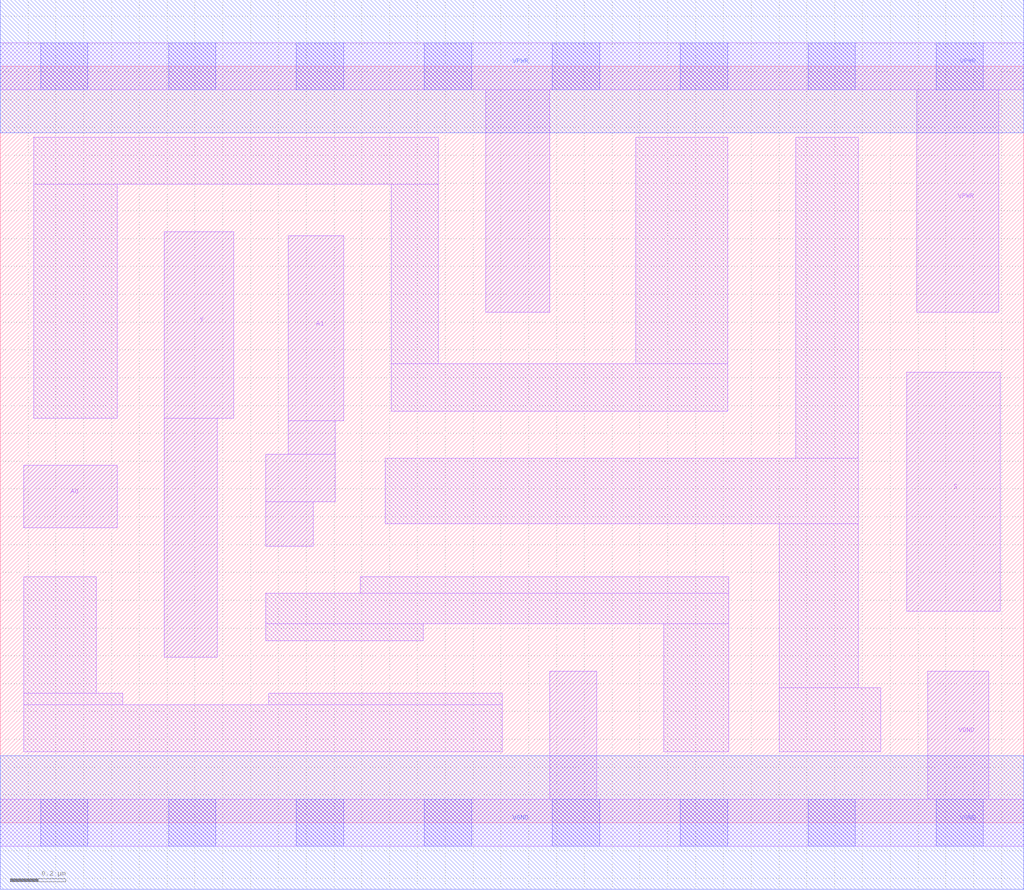
<source format=lef>
# Copyright 2020 The SkyWater PDK Authors
#
# Licensed under the Apache License, Version 2.0 (the "License");
# you may not use this file except in compliance with the License.
# You may obtain a copy of the License at
#
#     https://www.apache.org/licenses/LICENSE-2.0
#
# Unless required by applicable law or agreed to in writing, software
# distributed under the License is distributed on an "AS IS" BASIS,
# WITHOUT WARRANTIES OR CONDITIONS OF ANY KIND, either express or implied.
# See the License for the specific language governing permissions and
# limitations under the License.
#
# SPDX-License-Identifier: Apache-2.0

VERSION 5.7 ;
  NAMESCASESENSITIVE ON ;
  NOWIREEXTENSIONATPIN ON ;
  DIVIDERCHAR "/" ;
  BUSBITCHARS "[]" ;
UNITS
  DATABASE MICRONS 200 ;
END UNITS
MACRO sky130_fd_sc_hd__mux2i_1
  CLASS CORE ;
  SOURCE USER ;
  FOREIGN sky130_fd_sc_hd__mux2i_1 ;
  ORIGIN  0.000000  0.000000 ;
  SIZE  3.680000 BY  2.720000 ;
  SYMMETRY X Y R90 ;
  SITE unithd ;
  PIN A0
    ANTENNAGATEAREA  0.247500 ;
    DIRECTION INPUT ;
    USE SIGNAL ;
    PORT
      LAYER li1 ;
        RECT 0.085000 1.060000 0.420000 1.285000 ;
    END
  END A0
  PIN A1
    ANTENNAGATEAREA  0.247500 ;
    DIRECTION INPUT ;
    USE SIGNAL ;
    PORT
      LAYER li1 ;
        RECT 0.955000 0.995000 1.125000 1.155000 ;
        RECT 0.955000 1.155000 1.205000 1.325000 ;
        RECT 1.035000 1.325000 1.205000 1.445000 ;
        RECT 1.035000 1.445000 1.235000 2.110000 ;
    END
  END A1
  PIN S
    ANTENNAGATEAREA  0.495000 ;
    DIRECTION INPUT ;
    USE SIGNAL ;
    PORT
      LAYER li1 ;
        RECT 3.260000 0.760000 3.595000 1.620000 ;
    END
  END S
  PIN Y
    ANTENNADIFFAREA  0.480500 ;
    DIRECTION OUTPUT ;
    USE SIGNAL ;
    PORT
      LAYER li1 ;
        RECT 0.590000 0.595000 0.780000 1.455000 ;
        RECT 0.590000 1.455000 0.840000 2.125000 ;
    END
  END Y
  PIN VGND
    DIRECTION INOUT ;
    SHAPE ABUTMENT ;
    USE GROUND ;
    PORT
      LAYER li1 ;
        RECT 0.000000 -0.085000 3.680000 0.085000 ;
        RECT 1.975000  0.085000 2.145000 0.545000 ;
        RECT 3.335000  0.085000 3.555000 0.545000 ;
      LAYER mcon ;
        RECT 0.145000 -0.085000 0.315000 0.085000 ;
        RECT 0.605000 -0.085000 0.775000 0.085000 ;
        RECT 1.065000 -0.085000 1.235000 0.085000 ;
        RECT 1.525000 -0.085000 1.695000 0.085000 ;
        RECT 1.985000 -0.085000 2.155000 0.085000 ;
        RECT 2.445000 -0.085000 2.615000 0.085000 ;
        RECT 2.905000 -0.085000 3.075000 0.085000 ;
        RECT 3.365000 -0.085000 3.535000 0.085000 ;
      LAYER met1 ;
        RECT 0.000000 -0.240000 3.680000 0.240000 ;
    END
  END VGND
  PIN VPWR
    DIRECTION INOUT ;
    SHAPE ABUTMENT ;
    USE POWER ;
    PORT
      LAYER li1 ;
        RECT 0.000000 2.635000 3.680000 2.805000 ;
        RECT 1.745000 1.835000 1.975000 2.635000 ;
        RECT 3.295000 1.835000 3.590000 2.635000 ;
      LAYER mcon ;
        RECT 0.145000 2.635000 0.315000 2.805000 ;
        RECT 0.605000 2.635000 0.775000 2.805000 ;
        RECT 1.065000 2.635000 1.235000 2.805000 ;
        RECT 1.525000 2.635000 1.695000 2.805000 ;
        RECT 1.985000 2.635000 2.155000 2.805000 ;
        RECT 2.445000 2.635000 2.615000 2.805000 ;
        RECT 2.905000 2.635000 3.075000 2.805000 ;
        RECT 3.365000 2.635000 3.535000 2.805000 ;
      LAYER met1 ;
        RECT 0.000000 2.480000 3.680000 2.960000 ;
    END
  END VPWR
  OBS
    LAYER li1 ;
      RECT 0.085000 0.255000 1.805000 0.425000 ;
      RECT 0.085000 0.425000 0.440000 0.465000 ;
      RECT 0.085000 0.465000 0.345000 0.885000 ;
      RECT 0.120000 1.455000 0.420000 2.295000 ;
      RECT 0.120000 2.295000 1.575000 2.465000 ;
      RECT 0.955000 0.655000 1.520000 0.715000 ;
      RECT 0.955000 0.715000 2.620000 0.825000 ;
      RECT 0.965000 0.425000 1.805000 0.465000 ;
      RECT 1.295000 0.825000 2.620000 0.885000 ;
      RECT 1.385000 1.075000 3.085000 1.310000 ;
      RECT 1.405000 1.480000 2.615000 1.650000 ;
      RECT 1.405000 1.650000 1.575000 2.295000 ;
      RECT 2.285000 1.650000 2.615000 2.465000 ;
      RECT 2.385000 0.255000 2.620000 0.715000 ;
      RECT 2.800000 0.255000 3.165000 0.485000 ;
      RECT 2.800000 0.485000 3.085000 1.075000 ;
      RECT 2.860000 1.310000 3.085000 2.465000 ;
  END
END sky130_fd_sc_hd__mux2i_1
END LIBRARY

</source>
